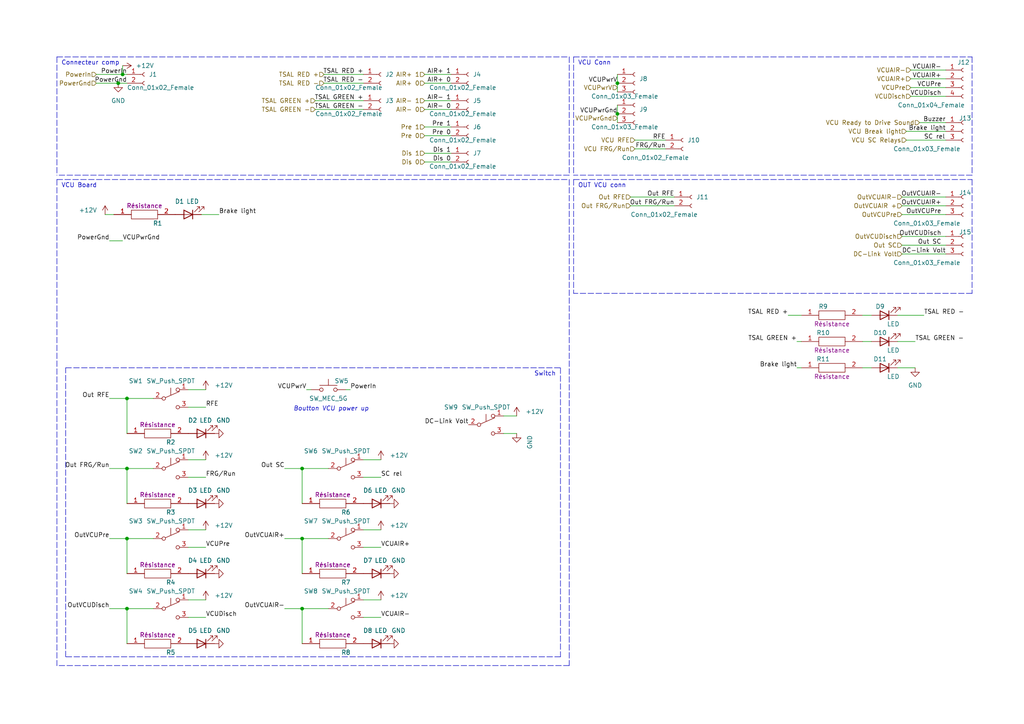
<source format=kicad_sch>
(kicad_sch (version 20211123) (generator eeschema)
  (paper "A4")
  (lib_symbols
    (symbol "Connector:Conn_01x02_Female" (pin_names (offset 1.016) hide)
      (property "Reference" "J" (at 0 2.54 0))
      (property "Value" "Conn_01x02_Female" (at 0 -5.08 0))
      (symbol "Conn_01x02_Female_1_1"
        (arc (start 0 -2.032) (mid -0.508 -2.54) (end 0 -3.048) (stroke (width 0.1524)))
        (polyline (pts (xy -1.27 -2.54) (xy -0.508 -2.54)) (stroke (width 0.1524)))
        (polyline (pts (xy -1.27 0) (xy -0.508 0)) (stroke (width 0.1524)))
        (arc (start 0 0.508) (mid -0.508 0) (end 0 -0.508) (stroke (width 0.1524)))
        (pin passive line (at -5.08 0 0) (length 3.81) (name "Pin_1") (number "1"))
        (pin passive line (at -5.08 -2.54 0) (length 3.81) (name "Pin_2") (number "2"))
      )
    )
    (symbol "Connector:Conn_01x03_Female" (pin_names (offset 1.016) hide)
      (property "Reference" "J" (at 0 5.08 0))
      (property "Value" "Conn_01x03_Female" (at 0 -5.08 0))
      (symbol "Conn_01x03_Female_1_1"
        (arc (start 0 -2.032) (mid -0.508 -2.54) (end 0 -3.048) (stroke (width 0.1524)))
        (polyline (pts (xy -1.27 -2.54) (xy -0.508 -2.54)) (stroke (width 0.1524)))
        (polyline (pts (xy -1.27 0) (xy -0.508 0)) (stroke (width 0.1524)))
        (polyline (pts (xy -1.27 2.54) (xy -0.508 2.54)) (stroke (width 0.1524)))
        (arc (start 0 0.508) (mid -0.508 0) (end 0 -0.508) (stroke (width 0.1524)))
        (arc (start 0 3.048) (mid -0.508 2.54) (end 0 2.032) (stroke (width 0.1524)))
        (pin passive line (at -5.08 2.54 0) (length 3.81) (name "Pin_1") (number "1"))
        (pin passive line (at -5.08 0 0) (length 3.81) (name "Pin_2") (number "2"))
        (pin passive line (at -5.08 -2.54 0) (length 3.81) (name "Pin_3") (number "3"))
      )
    )
    (symbol "Connector:Conn_01x04_Female" (pin_names (offset 1.016) hide)
      (property "Reference" "J" (at 0 5.08 0))
      (property "Value" "Conn_01x04_Female" (at 0 -7.62 0))
      (symbol "Conn_01x04_Female_1_1"
        (arc (start 0 -4.572) (mid -0.508 -5.08) (end 0 -5.588) (stroke (width 0.1524)))
        (arc (start 0 -2.032) (mid -0.508 -2.54) (end 0 -3.048) (stroke (width 0.1524)))
        (polyline (pts (xy -1.27 -5.08) (xy -0.508 -5.08)) (stroke (width 0.1524)))
        (polyline (pts (xy -1.27 -2.54) (xy -0.508 -2.54)) (stroke (width 0.1524)))
        (polyline (pts (xy -1.27 0) (xy -0.508 0)) (stroke (width 0.1524)))
        (polyline (pts (xy -1.27 2.54) (xy -0.508 2.54)) (stroke (width 0.1524)))
        (arc (start 0 0.508) (mid -0.508 0) (end 0 -0.508) (stroke (width 0.1524)))
        (arc (start 0 3.048) (mid -0.508 2.54) (end 0 2.032) (stroke (width 0.1524)))
        (pin passive line (at -5.08 2.54 0) (length 3.81) (name "Pin_1") (number "1"))
        (pin passive line (at -5.08 0 0) (length 3.81) (name "Pin_2") (number "2"))
        (pin passive line (at -5.08 -2.54 0) (length 3.81) (name "Pin_3") (number "3"))
        (pin passive line (at -5.08 -5.08 0) (length 3.81) (name "Pin_4") (number "4"))
      )
    )
    (symbol "Device:LED" (pin_numbers hide) (pin_names (offset 1.016) hide)
      (property "Reference" "D" (at 0 2.54 0))
      (property "Value" "LED" (at 0 -2.54 0))
      (symbol "LED_0_1"
        (polyline (pts (xy -1.27 -1.27) (xy -1.27 1.27)) (stroke (width 0.254)))
        (polyline (pts (xy -1.27 0) (xy 1.27 0)))
        (polyline (pts (xy 1.27 -1.27) (xy 1.27 1.27) (xy -1.27 0) (xy 1.27 -1.27)) (stroke (width 0.254)))
        (polyline (pts (xy -3.048 -0.762) (xy -4.572 -2.286) (xy -3.81 -2.286) (xy -4.572 -2.286) (xy -4.572 -1.524)))
        (polyline (pts (xy -1.778 -0.762) (xy -3.302 -2.286) (xy -2.54 -2.286) (xy -3.302 -2.286) (xy -3.302 -1.524)))
      )
      (symbol "LED_1_1"
        (pin passive line (at -3.81 0 0) (length 2.54) (name "K") (number "1"))
        (pin passive line (at 3.81 0 180) (length 2.54) (name "A") (number "2"))
      )
    )
    (symbol "EPSA_lib:Résistance RK73H2BLTDD2152F" (pin_names (offset 0.762))
      (property "Reference" "R" (at 25.4 5.08 0))
      (property "Spice_Model" "10" (at 7.62 5.08 0))
      (property "Render Name" "Résistance" (at 8.89 2.54 0))
      (symbol "Résistance RK73H2BLTDD2152F_0_0"
        (pin passive line (at 0 0 0) (length 5.08) (name "~") (number "1"))
        (pin passive line (at 17.78 0 180) (length 5.08) (name "~") (number "2"))
      )
      (symbol "Résistance RK73H2BLTDD2152F_0_1"
        (polyline (pts (xy 5.08 1.27) (xy 12.7 1.27) (xy 12.7 -1.27) (xy 5.08 -1.27) (xy 5.08 1.27)) (stroke (width 0.1524)))
      )
    )
    (symbol "Switch:SW_MEC_5G" (pin_numbers hide) (pin_names (offset 1.016) hide)
      (property "Reference" "SW" (at 1.27 2.54 0))
      (property "Value" "SW_MEC_5G" (at 0 -1.524 0))
      (symbol "SW_MEC_5G_0_1"
        (circle (center -2.032 0) (radius 0.508))
        (polyline (pts (xy 0 1.27) (xy 0 3.048)))
        (polyline (pts (xy 2.54 1.27) (xy -2.54 1.27)))
        (circle (center 2.032 0) (radius 0.508))
        (pin passive line (at -5.08 0 0) (length 2.54) (name "A") (number "1"))
        (pin passive line (at 5.08 0 180) (length 2.54) (name "B") (number "3"))
      )
      (symbol "SW_MEC_5G_1_1"
        (pin passive line (at -5.08 0 0) (length 2.54) hide (name "A") (number "2"))
        (pin passive line (at 5.08 0 180) (length 2.54) hide (name "B") (number "4"))
      )
    )
    (symbol "Switch:SW_Push_SPDT" (pin_names (offset 0) hide)
      (property "Reference" "SW" (at 0 4.318 0))
      (property "Value" "SW_Push_SPDT" (at 0 -5.08 0))
      (symbol "SW_Push_SPDT_0_0"
        (circle (center -2.032 0) (radius 0.508))
        (polyline (pts (xy 0 1.016) (xy 0 3.048)))
        (circle (center 2.032 -2.54) (radius 0.508))
      )
      (symbol "SW_Push_SPDT_0_1"
        (polyline (pts (xy -1.524 0.254) (xy 2.54 2.032)))
        (circle (center 2.032 2.54) (radius 0.508))
      )
      (symbol "SW_Push_SPDT_1_1"
        (pin passive line (at 5.08 2.54 180) (length 2.54) (name "A") (number "1"))
        (pin passive line (at -5.08 0 0) (length 2.54) (name "B") (number "2"))
        (pin passive line (at 5.08 -2.54 180) (length 2.54) (name "C") (number "3"))
      )
    )
    (symbol "power:+12V" (power) (pin_names (offset 0))
      (property "Value" "+12V" (at 0 3.556 0))
      (symbol "+12V_0_1"
        (polyline (pts (xy -0.762 1.27) (xy 0 2.54)))
        (polyline (pts (xy 0 0) (xy 0 2.54)))
        (polyline (pts (xy 0 2.54) (xy 0.762 1.27)))
      )
      (symbol "+12V_1_1"
        (pin power_in line (at 0 0 90) (length 0) hide (name "+12V") (number "1"))
      )
    )
    (symbol "power:GND" (power) (pin_names (offset 0))
      (property "Value" "GND" (at 0 -3.81 0))
      (symbol "GND_0_1"
        (polyline (pts (xy 0 0) (xy 0 -1.27) (xy 1.27 -1.27) (xy 0 -2.54) (xy -1.27 -1.27) (xy 0 -1.27)))
      )
      (symbol "GND_1_1"
        (pin power_in line (at 0 0 270) (length 0) hide (name "GND") (number "1"))
      )
    )
  )
  (junction (at 34.29 24.13))
  (junction (at 87.63 135.89))
  (junction (at 36.83 176.53))
  (junction (at 179.07 24.13))
  (junction (at 35.56 21.59))
  (junction (at 36.83 115.57))
  (junction (at 179.07 33.02))
  (junction (at 87.63 176.53))
  (junction (at 36.83 135.89))
  (junction (at 87.63 156.21))
  (junction (at 36.83 156.21))
  (wire (pts (xy 82.55 135.89) (xy 87.63 135.89)))
  (wire (pts (xy 250.19 91.44) (xy 252.73 91.44)))
  (wire (pts (xy 31.75 115.57) (xy 36.83 115.57)))
  (wire (pts (xy 58.42 62.23) (xy 63.5 62.23)))
  (wire (pts (xy 182.88 57.15) (xy 195.58 57.15)))
  (wire (pts (xy 105.41 179.07) (xy 110.49 179.07)))
  (polyline (pts (xy 281.94 50.8) (xy 166.37 50.8)))
  (wire (pts (xy 36.83 176.53) (xy 44.45 176.53)))
  (wire (pts (xy 262.89 40.64) (xy 274.32 40.64)))
  (wire (pts (xy 27.94 24.13) (xy 34.29 24.13)))
  (wire (pts (xy 250.19 106.68) (xy 252.73 106.68)))
  (wire (pts (xy 36.83 135.89) (xy 44.45 135.89)))
  (wire (pts (xy 105.41 133.35) (xy 110.49 133.35)))
  (wire (pts (xy 261.62 57.15) (xy 274.32 57.15)))
  (wire (pts (xy 54.61 179.07) (xy 59.69 179.07)))
  (wire (pts (xy 146.05 125.73) (xy 149.86 125.73)))
  (wire (pts (xy 231.14 99.06) (xy 232.41 99.06)))
  (wire (pts (xy 36.83 115.57) (xy 44.45 115.57)))
  (wire (pts (xy 54.61 113.03) (xy 59.69 113.03)))
  (wire (pts (xy 123.19 44.45) (xy 130.81 44.45)))
  (polyline (pts (xy 162.56 106.68) (xy 162.56 190.5)))
  (polyline (pts (xy 162.56 190.5) (xy 19.05 190.5)))
  (wire (pts (xy 123.19 39.37) (xy 130.81 39.37)))
  (polyline (pts (xy 19.05 190.5) (xy 19.05 106.68)))
  (wire (pts (xy 228.6 91.44) (xy 232.41 91.44)))
  (wire (pts (xy 260.35 91.44) (xy 267.97 91.44)))
  (wire (pts (xy 34.29 24.13) (xy 36.83 24.13)))
  (polyline (pts (xy 16.51 16.51) (xy 165.1 16.51)))
  (wire (pts (xy 87.63 156.21) (xy 87.63 166.37)))
  (wire (pts (xy 123.19 21.59) (xy 130.81 21.59)))
  (polyline (pts (xy 16.51 52.07) (xy 165.1 52.07)))
  (wire (pts (xy 27.94 21.59) (xy 35.56 21.59)))
  (wire (pts (xy 123.19 31.75) (xy 130.81 31.75)))
  (wire (pts (xy 266.7 35.56) (xy 274.32 35.56)))
  (wire (pts (xy 87.63 176.53) (xy 95.25 176.53)))
  (polyline (pts (xy 19.05 106.68) (xy 162.56 106.68)))
  (polyline (pts (xy 281.94 52.07) (xy 281.94 85.09)))
  (wire (pts (xy 260.35 99.06) (xy 265.43 99.06)))
  (wire (pts (xy 30.48 62.23) (xy 33.02 62.23)))
  (wire (pts (xy 105.41 138.43) (xy 110.49 138.43)))
  (wire (pts (xy 123.19 29.21) (xy 130.81 29.21)))
  (wire (pts (xy 261.62 68.58) (xy 274.32 68.58)))
  (wire (pts (xy 31.75 156.21) (xy 36.83 156.21)))
  (wire (pts (xy 264.16 25.4) (xy 274.32 25.4)))
  (wire (pts (xy 260.35 106.68) (xy 265.43 106.68)))
  (wire (pts (xy 261.62 62.23) (xy 274.32 62.23)))
  (wire (pts (xy 54.61 138.43) (xy 59.69 138.43)))
  (polyline (pts (xy 166.37 52.07) (xy 166.37 85.09)))
  (polyline (pts (xy 281.94 16.51) (xy 281.94 50.8)))
  (wire (pts (xy 82.55 156.21) (xy 87.63 156.21)))
  (wire (pts (xy 262.89 38.1) (xy 274.32 38.1)))
  (wire (pts (xy 179.07 30.48) (xy 179.07 33.02)))
  (polyline (pts (xy 165.1 16.51) (xy 165.1 50.8)))
  (wire (pts (xy 35.56 19.05) (xy 35.56 21.59)))
  (wire (pts (xy 31.75 176.53) (xy 36.83 176.53)))
  (wire (pts (xy 179.07 21.59) (xy 179.07 24.13)))
  (polyline (pts (xy 166.37 16.51) (xy 281.94 16.51)))
  (wire (pts (xy 54.61 133.35) (xy 59.69 133.35)))
  (polyline (pts (xy 166.37 52.07) (xy 281.94 52.07)))
  (wire (pts (xy 36.83 115.57) (xy 36.83 125.73)))
  (wire (pts (xy 264.16 27.94) (xy 274.32 27.94)))
  (polyline (pts (xy 16.51 16.51) (xy 16.51 50.8)))
  (wire (pts (xy 123.19 36.83) (xy 130.81 36.83)))
  (polyline (pts (xy 165.1 50.8) (xy 16.51 50.8)))
  (wire (pts (xy 91.44 29.21) (xy 105.41 29.21)))
  (wire (pts (xy 261.62 59.69) (xy 274.32 59.69)))
  (wire (pts (xy 179.07 33.02) (xy 179.07 35.56)))
  (wire (pts (xy 87.63 135.89) (xy 95.25 135.89)))
  (wire (pts (xy 184.15 40.64) (xy 193.04 40.64)))
  (wire (pts (xy 264.16 22.86) (xy 274.32 22.86)))
  (wire (pts (xy 87.63 135.89) (xy 87.63 146.05)))
  (wire (pts (xy 31.75 69.85) (xy 35.56 69.85)))
  (polyline (pts (xy 16.51 52.07) (xy 16.51 193.04)))
  (wire (pts (xy 88.9 113.03) (xy 90.17 113.03)))
  (wire (pts (xy 82.55 176.53) (xy 87.63 176.53)))
  (wire (pts (xy 179.07 24.13) (xy 179.07 26.67)))
  (wire (pts (xy 54.61 158.75) (xy 59.69 158.75)))
  (wire (pts (xy 54.61 173.99) (xy 59.69 173.99)))
  (wire (pts (xy 182.88 59.69) (xy 195.58 59.69)))
  (polyline (pts (xy 166.37 16.51) (xy 166.37 50.8)))
  (wire (pts (xy 93.98 24.13) (xy 105.41 24.13)))
  (wire (pts (xy 105.41 158.75) (xy 110.49 158.75)))
  (polyline (pts (xy 165.1 52.07) (xy 165.1 193.04)))
  (wire (pts (xy 101.6 113.03) (xy 100.33 113.03)))
  (wire (pts (xy 36.83 156.21) (xy 36.83 166.37)))
  (wire (pts (xy 123.19 24.13) (xy 130.81 24.13)))
  (wire (pts (xy 146.05 120.65) (xy 149.86 120.65)))
  (wire (pts (xy 54.61 118.11) (xy 59.69 118.11)))
  (wire (pts (xy 261.62 73.66) (xy 274.32 73.66)))
  (wire (pts (xy 36.83 156.21) (xy 44.45 156.21)))
  (wire (pts (xy 261.62 71.12) (xy 274.32 71.12)))
  (wire (pts (xy 264.16 20.32) (xy 274.32 20.32)))
  (wire (pts (xy 105.41 173.99) (xy 110.49 173.99)))
  (wire (pts (xy 250.19 99.06) (xy 252.73 99.06)))
  (wire (pts (xy 105.41 153.67) (xy 110.49 153.67)))
  (wire (pts (xy 184.15 43.18) (xy 193.04 43.18)))
  (polyline (pts (xy 165.1 193.04) (xy 16.51 193.04)))
  (wire (pts (xy 87.63 156.21) (xy 95.25 156.21)))
  (wire (pts (xy 35.56 21.59) (xy 36.83 21.59)))
  (wire (pts (xy 231.14 106.68) (xy 232.41 106.68)))
  (wire (pts (xy 54.61 153.67) (xy 59.69 153.67)))
  (wire (pts (xy 36.83 135.89) (xy 36.83 146.05)))
  (wire (pts (xy 123.19 46.99) (xy 130.81 46.99)))
  (wire (pts (xy 31.75 135.89) (xy 36.83 135.89)))
  (wire (pts (xy 87.63 176.53) (xy 87.63 186.69)))
  (polyline (pts (xy 281.94 85.09) (xy 166.37 85.09)))
  (wire (pts (xy 91.44 31.75) (xy 105.41 31.75)))
  (wire (pts (xy 36.83 176.53) (xy 36.83 186.69)))
  (wire (pts (xy 93.98 21.59) (xy 105.41 21.59)))
  (text "Switch" (at 154.94 109.22 0) (effects (font (size 1.27 1.27)) (justify left bottom)))
  (text "Connecteur comp\n" (at 17.78 19.05 0) (effects (font (size 1.27 1.27)) (justify left bottom)))
  (text "Boutton VCU power up" (at 85.09 119.38 0) (effects (font (size 1.27 1.27) italic) (justify left bottom)))
  (text "VCU Conn" (at 167.64 19.05 0) (effects (font (size 1.27 1.27)) (justify left bottom)))
  (text "VCU Board" (at 17.78 54.61 0) (effects (font (size 1.27 1.27)) (justify left bottom)))
  (text "OUT VCU conn" (at 167.64 54.61 0) (effects (font (size 1.27 1.27)) (justify left bottom)))
  (label "TSAL RED -" (at 105.41 24.13 180))
  (label "Out FRG{slash}Run" (at 31.75 135.89 180))
  (label "FRG{slash}Run" (at 193.04 43.18 180))
  (label "RFE" (at 59.69 118.11 0))
  (label "OutVCUAIR+" (at 82.55 156.21 180))
  (label "TSAL RED +" (at 105.41 21.59 180))
  (label "PowerIn" (at 101.6 113.03 0))
  (label "VCUPwrGnd" (at 179.07 33.02 180))
  (label "VCUAIR-" (at 110.49 179.07 0))
  (label "Out RFE" (at 195.58 57.15 180))
  (label "AIR+ 1" (at 130.81 21.59 180))
  (label "RFE" (at 193.04 40.64 180))
  (label "Buzzer" (at 274.32 35.56 180))
  (label "Brake light" (at 231.14 106.68 180))
  (label "OutVCUPre" (at 31.75 156.21 180))
  (label "DC-Link Volt" (at 135.89 123.19 180))
  (label "VCUAIR-" (at 273.05 20.32 180))
  (label "OutVCUAIR-" (at 273.05 57.15 180))
  (label "VCUAIR+" (at 110.49 158.75 0))
  (label "PowerGnd" (at 31.75 69.85 180))
  (label "SC rel" (at 110.49 138.43 0))
  (label "VCUPre" (at 59.69 158.75 0))
  (label "TSAL RED -" (at 267.97 91.44 0))
  (label "VCUPre" (at 273.05 25.4 180))
  (label "AIR- 1" (at 130.81 29.21 180))
  (label "TSAL GREEN -" (at 265.43 99.06 0))
  (label "Out RFE" (at 31.75 115.57 180))
  (label "Pre 0" (at 130.81 39.37 180))
  (label "OutVCUAIR-" (at 82.55 176.53 180))
  (label "Out FRG{slash}Run" (at 195.58 59.69 180))
  (label "VCUDisch" (at 273.05 27.94 180))
  (label "Brake light" (at 63.5 62.23 0))
  (label "VCUPwrV" (at 179.07 24.13 180))
  (label "Out SC" (at 82.55 135.89 180))
  (label "Pre 1" (at 130.81 36.83 180))
  (label "TSAL GREEN +" (at 105.41 29.21 180))
  (label "AIR+ 0" (at 130.81 24.13 180))
  (label "OutVCUPre" (at 273.05 62.23 180))
  (label "VCUDisch" (at 59.69 179.07 0))
  (label "Brake light" (at 274.32 38.1 180))
  (label "OutVCUDisch" (at 273.05 68.58 180))
  (label "SC rel" (at 267.97 40.64 0))
  (label "Out SC" (at 273.05 71.12 180))
  (label "VCUAIR+" (at 273.05 22.86 180))
  (label "VCUPwrV" (at 88.9 113.03 180))
  (label "AIR- 0" (at 130.81 31.75 180))
  (label "PowerGnd" (at 36.83 24.13 180))
  (label "FRG{slash}Run" (at 59.69 138.43 0))
  (label "TSAL GREEN +" (at 231.14 99.06 180))
  (label "OutVCUDisch" (at 31.75 176.53 180))
  (label "Dis 1" (at 130.81 44.45 180))
  (label "Dis 0" (at 130.81 46.99 180))
  (label "OutVCUAIR+" (at 273.05 59.69 180))
  (label "DC-Link Volt" (at 274.32 73.66 180))
  (label "PowerIn" (at 36.83 21.59 180))
  (label "TSAL RED +" (at 228.6 91.44 180))
  (label "TSAL GREEN -" (at 105.41 31.75 180))
  (label "VCUPwrGnd" (at 35.56 69.85 0))
  (hierarchical_label "VCUAIR+" (shape input) (at 264.16 22.86 180))
  (hierarchical_label "TSAL RED -" (shape input) (at 93.98 24.13 180))
  (hierarchical_label "PowerIn" (shape input) (at 27.94 21.59 180))
  (hierarchical_label "VCUAIR-" (shape input) (at 264.16 20.32 180))
  (hierarchical_label "PowerGnd" (shape input) (at 27.94 24.13 180))
  (hierarchical_label "VCUPwrGnd" (shape input) (at 179.07 34.29 180))
  (hierarchical_label "TSAL RED +" (shape input) (at 93.98 21.59 180))
  (hierarchical_label "Pre 1" (shape input) (at 123.19 36.83 180))
  (hierarchical_label "AIR+ 1" (shape input) (at 123.19 21.59 180))
  (hierarchical_label "VCU Break light" (shape input) (at 262.89 38.1 180))
  (hierarchical_label "OutVCUPre" (shape input) (at 261.62 62.23 180))
  (hierarchical_label "VCU FRG{slash}Run" (shape input) (at 184.15 43.18 180))
  (hierarchical_label "AIR- 0" (shape input) (at 123.19 31.75 180))
  (hierarchical_label "VCUDisch" (shape input) (at 264.16 27.94 180))
  (hierarchical_label "Dis 1" (shape input) (at 123.19 44.45 180))
  (hierarchical_label "VCU RFE" (shape input) (at 184.15 40.64 180))
  (hierarchical_label "TSAL GREEN +" (shape input) (at 91.44 29.21 180))
  (hierarchical_label "TSAL GREEN -" (shape input) (at 91.44 31.75 180))
  (hierarchical_label "VCUPre" (shape input) (at 264.16 25.4 180))
  (hierarchical_label "AIR- 1" (shape input) (at 123.19 29.21 180))
  (hierarchical_label "OutVCUDisch" (shape input) (at 261.62 68.58 180))
  (hierarchical_label "Out FRG{slash}Run" (shape input) (at 182.88 59.69 180))
  (hierarchical_label "OutVCUAIR-" (shape input) (at 261.62 57.15 180))
  (hierarchical_label "DC-Link Volt" (shape input) (at 261.62 73.66 180))
  (hierarchical_label "VCU SC Relays" (shape input) (at 262.89 40.64 180))
  (hierarchical_label "Out SC" (shape input) (at 261.62 71.12 180))
  (hierarchical_label "VCU Ready to Drive Sound" (shape input) (at 266.7 35.56 180))
  (hierarchical_label "Pre 0" (shape input) (at 123.19 39.37 180))
  (hierarchical_label "Dis 0" (shape input) (at 123.19 46.99 180))
  (hierarchical_label "VCUPwrV" (shape input) (at 179.07 25.4 180))
  (hierarchical_label "AIR+ 0" (shape input) (at 123.19 24.13 180))
  (hierarchical_label "Out RFE" (shape input) (at 182.88 57.15 180))
  (hierarchical_label "OutVCUAIR +" (shape input) (at 261.62 59.69 180))
  (symbol (lib_id "Switch:SW_Push_SPDT") (at 100.33 176.53 0) (unit 1)
    (property "Reference" "SW8" (at 90.17 171.45 0))
    (property "Value" "SW_Push_SPDT" (at 100.33 171.45 0))
    (property "Footprint" "Connector_JST:JST_EH_B3B-EH-A_1x03_P2.50mm_Vertical" (effects hide))
  )
  (symbol (lib_id "Device:LED") (at 54.61 62.23 180) (unit 1)
    (property "Reference" "D1" (at 52.07 58.42 0))
    (property "Value" "LED" (at 55.88 58.42 0))
    (property "Footprint" "LED_THT:LED_D5.0mm" (effects hide))
  )
  (symbol (lib_id "power:+12V") (at 110.49 133.35 0) (unit 1)
    (property "Reference" "#PWR012" (effects hide))
    (property "Value" "+12V" (at 113.03 132.0799 0) (effects (justify left)))
  )
  (symbol (lib_id "power:GND") (at 113.03 146.05 90) (unit 1)
    (property "Reference" "#PWR015" (effects hide))
    (property "Value" "GND" (at 115.57 142.24 90))
  )
  (symbol (lib_id "power:+12V") (at 110.49 153.67 0) (unit 1)
    (property "Reference" "#PWR013" (effects hide))
    (property "Value" "+12V" (at 113.03 152.3999 0) (effects (justify left)))
  )
  (symbol (lib_id "power:GND") (at 62.23 166.37 90) (unit 1)
    (property "Reference" "#PWR010" (effects hide))
    (property "Value" "GND" (at 64.77 162.56 90))
  )
  (symbol (lib_id "Connector:Conn_01x02_Female") (at 200.66 57.15 0) (unit 1)
    (property "Reference" "J11" (at 201.93 57.1499 0) (effects (justify left)))
    (property "Value" "Conn_01x02_Female" (at 182.88 62.23 0) (effects (justify left)))
    (property "Footprint" "Connector_JST:JST_EH_S2B-EH_1x02_P2.50mm_Horizontal" (effects hide))
  )
  (symbol (lib_id "power:+12V") (at 35.56 19.05 270) (unit 1)
    (property "Reference" "#PWR03" (effects hide))
    (property "Value" "+12V" (at 39.37 19.0499 90) (effects (justify left)))
  )
  (symbol (lib_id "EPSA_lib:Résistance RK73H2BLTDD2152F") (at 232.41 91.44 0) (unit 1)
    (property "Reference" "R9" (at 238.76 88.9 0))
    (property "Value" "Résistance RK73H2BLTDD2152F" (effects hide))
    (property "Footprint" "EPSA_lib:RESC3216X70N" (effects hide))
    (property "Datasheet" "http://www.koaspeer.com/catimages/Products/RK73H/RK73H.pdf" (effects hide))
    (property "Description" "Thick Film Resistors - SMD" (effects hide))
    (property "Height" "0.7" (effects hide))
    (property "Manufacturer_Name" "KOA Speer" (effects hide))
    (property "Manufacturer_Part_Number" "RK73H2BLTDD2152F" (effects hide))
    (property "Mouser Part Number" "N/A" (effects hide))
    (property "Mouser Price/Stock" "https://www.mouser.co.uk/ProductDetail/KOA-Speer/RK73H2BLTDD2152F?qs=WeIALVmW3zmyxMFsjVzMRw%3D%3D" (effects hide))
    (property "Spice_Primitive" "R" (effects hide))
    (property "Spice_Model" "5k" (at 243.84 88.9 0))
    (property "Spice_Netlist_Enabled" "Y" (effects hide))
    (property "Render Name" "Résistance" (at 241.3 93.98 0))
  )
  (symbol (lib_id "Switch:SW_Push_SPDT") (at 100.33 156.21 0) (unit 1)
    (property "Reference" "SW7" (at 90.17 151.13 0))
    (property "Value" "SW_Push_SPDT" (at 100.33 151.13 0))
    (property "Footprint" "Connector_JST:JST_EH_B3B-EH-A_1x03_P2.50mm_Vertical" (effects hide))
  )
  (symbol (lib_id "power:GND") (at 62.23 186.69 90) (unit 1)
    (property "Reference" "#PWR011" (effects hide))
    (property "Value" "GND" (at 64.77 182.88 90))
  )
  (symbol (lib_id "Device:LED") (at 58.42 166.37 180) (unit 1)
    (property "Reference" "D4" (at 55.88 162.56 0))
    (property "Value" "LED" (at 59.69 162.56 0))
    (property "Footprint" "LED_THT:LED_D5.0mm" (effects hide))
  )
  (symbol (lib_id "Device:LED") (at 58.42 146.05 180) (unit 1)
    (property "Reference" "D3" (at 55.88 142.24 0))
    (property "Value" "LED" (at 59.69 142.24 0))
    (property "Footprint" "LED_THT:LED_D5.0mm" (effects hide))
  )
  (symbol (lib_id "Connector:Conn_01x02_Female") (at 135.89 21.59 0) (unit 1)
    (property "Reference" "J4" (at 137.16 21.5899 0) (effects (justify left)))
    (property "Value" "Conn_01x02_Female" (at 124.46 25.4 0) (effects (justify left)))
    (property "Footprint" "Connector_JST:JST_EH_S2B-EH_1x02_P2.50mm_Horizontal" (effects hide))
  )
  (symbol (lib_id "Connector:Conn_01x02_Female") (at 135.89 44.45 0) (unit 1)
    (property "Reference" "J7" (at 137.16 44.4499 0) (effects (justify left)))
    (property "Value" "Conn_01x02_Female" (at 124.46 48.26 0) (effects (justify left)))
    (property "Footprint" "Connector_JST:JST_EH_S2B-EH_1x02_P2.50mm_Horizontal" (effects hide))
  )
  (symbol (lib_id "EPSA_lib:Résistance RK73H2BLTDD2152F") (at 36.83 186.69 0) (unit 1)
    (property "Reference" "R5" (at 49.53 189.23 0))
    (property "Value" "Résistance RK73H2BLTDD2152F" (effects hide))
    (property "Footprint" "EPSA_lib:RESC3216X70N" (effects hide))
    (property "Datasheet" "http://www.koaspeer.com/catimages/Products/RK73H/RK73H.pdf" (effects hide))
    (property "Description" "Thick Film Resistors - SMD" (effects hide))
    (property "Height" "0.7" (effects hide))
    (property "Manufacturer_Name" "KOA Speer" (effects hide))
    (property "Manufacturer_Part_Number" "RK73H2BLTDD2152F" (effects hide))
    (property "Mouser Part Number" "N/A" (effects hide))
    (property "Mouser Price/Stock" "https://www.mouser.co.uk/ProductDetail/KOA-Speer/RK73H2BLTDD2152F?qs=WeIALVmW3zmyxMFsjVzMRw%3D%3D" (effects hide))
    (property "Spice_Primitive" "R" (effects hide))
    (property "Spice_Model" "5k" (at 53.34 184.15 0))
    (property "Spice_Netlist_Enabled" "Y" (effects hide))
    (property "Render Name" "Résistance" (at 45.72 184.15 0))
  )
  (symbol (lib_id "Switch:SW_MEC_5G") (at 95.25 113.03 0) (unit 1)
    (property "Reference" "SW5" (at 99.06 110.49 0))
    (property "Value" "SW_MEC_5G" (at 95.25 115.57 0))
    (property "Footprint" "Connector_JST:JST_EH_B2B-EH-A_1x02_P2.50mm_Vertical" (effects hide))
    (property "Datasheet" "http://www.apem.com/int/index.php?controller=attachment&id_attachment=488" (effects hide))
  )
  (symbol (lib_id "Switch:SW_Push_SPDT") (at 140.97 123.19 0) (unit 1)
    (property "Reference" "SW9" (at 130.81 118.11 0))
    (property "Value" "SW_Push_SPDT" (at 140.97 118.11 0))
    (property "Footprint" "Connector_JST:JST_EH_B3B-EH-A_1x03_P2.50mm_Vertical" (effects hide))
  )
  (symbol (lib_id "EPSA_lib:Résistance RK73H2BLTDD2152F") (at 36.83 146.05 0) (unit 1)
    (property "Reference" "R3" (at 49.53 148.59 0))
    (property "Value" "Résistance RK73H2BLTDD2152F" (effects hide))
    (property "Footprint" "EPSA_lib:RESC3216X70N" (effects hide))
    (property "Datasheet" "http://www.koaspeer.com/catimages/Products/RK73H/RK73H.pdf" (effects hide))
    (property "Description" "Thick Film Resistors - SMD" (effects hide))
    (property "Height" "0.7" (effects hide))
    (property "Manufacturer_Name" "KOA Speer" (effects hide))
    (property "Manufacturer_Part_Number" "RK73H2BLTDD2152F" (effects hide))
    (property "Mouser Part Number" "N/A" (effects hide))
    (property "Mouser Price/Stock" "https://www.mouser.co.uk/ProductDetail/KOA-Speer/RK73H2BLTDD2152F?qs=WeIALVmW3zmyxMFsjVzMRw%3D%3D" (effects hide))
    (property "Spice_Primitive" "R" (effects hide))
    (property "Spice_Model" "5k" (at 53.34 143.51 0))
    (property "Spice_Netlist_Enabled" "Y" (effects hide))
    (property "Render Name" "Résistance" (at 45.72 143.51 0))
  )
  (symbol (lib_id "Device:LED") (at 256.54 106.68 180) (unit 1)
    (property "Reference" "D11" (at 255.27 104.14 0))
    (property "Value" "LED" (at 259.08 109.22 0))
    (property "Footprint" "LED_THT:LED_D5.0mm" (effects hide))
  )
  (symbol (lib_id "Switch:SW_Push_SPDT") (at 100.33 135.89 0) (unit 1)
    (property "Reference" "SW6" (at 90.17 130.81 0))
    (property "Value" "SW_Push_SPDT" (at 100.33 130.81 0))
    (property "Footprint" "Connector_JST:JST_EH_B3B-EH-A_1x03_P2.50mm_Vertical" (effects hide))
  )
  (symbol (lib_id "power:+12V") (at 59.69 153.67 0) (unit 1)
    (property "Reference" "#PWR06" (effects hide))
    (property "Value" "+12V" (at 62.23 152.3999 0) (effects (justify left)))
  )
  (symbol (lib_id "Connector:Conn_01x03_Female") (at 184.15 33.02 0) (unit 1)
    (property "Reference" "J9" (at 185.42 31.7499 0) (effects (justify left)))
    (property "Value" "Conn_01x03_Female" (at 171.45 36.83 0) (effects (justify left)))
    (property "Footprint" "Connector_JST:JST_EH_S3B-EH_1x03_P2.50mm_Horizontal" (effects hide))
  )
  (symbol (lib_id "power:GND") (at 113.03 166.37 90) (unit 1)
    (property "Reference" "#PWR016" (effects hide))
    (property "Value" "GND" (at 115.57 162.56 90))
  )
  (symbol (lib_id "power:GND") (at 62.23 125.73 90) (unit 1)
    (property "Reference" "#PWR08" (effects hide))
    (property "Value" "GND" (at 64.77 121.92 90))
  )
  (symbol (lib_id "EPSA_lib:Résistance RK73H2BLTDD2152F") (at 36.83 125.73 0) (unit 1)
    (property "Reference" "R2" (at 49.53 128.27 0))
    (property "Value" "Résistance RK73H2BLTDD2152F" (effects hide))
    (property "Footprint" "EPSA_lib:RESC3216X70N" (effects hide))
    (property "Datasheet" "http://www.koaspeer.com/catimages/Products/RK73H/RK73H.pdf" (effects hide))
    (property "Description" "Thick Film Resistors - SMD" (effects hide))
    (property "Height" "0.7" (effects hide))
    (property "Manufacturer_Name" "KOA Speer" (effects hide))
    (property "Manufacturer_Part_Number" "RK73H2BLTDD2152F" (effects hide))
    (property "Mouser Part Number" "N/A" (effects hide))
    (property "Mouser Price/Stock" "https://www.mouser.co.uk/ProductDetail/KOA-Speer/RK73H2BLTDD2152F?qs=WeIALVmW3zmyxMFsjVzMRw%3D%3D" (effects hide))
    (property "Spice_Primitive" "R" (effects hide))
    (property "Spice_Model" "5k" (at 53.34 123.19 0))
    (property "Spice_Netlist_Enabled" "Y" (effects hide))
    (property "Render Name" "Résistance" (at 45.72 123.19 0))
  )
  (symbol (lib_id "Connector:Conn_01x02_Female") (at 110.49 21.59 0) (unit 1)
    (property "Reference" "J2" (at 111.76 21.5899 0) (effects (justify left)))
    (property "Value" "Conn_01x02_Female" (at 91.44 25.4 0) (effects (justify left)))
    (property "Footprint" "Connector_JST:JST_EH_S2B-EH_1x02_P2.50mm_Horizontal" (effects hide))
  )
  (symbol (lib_id "power:GND") (at 62.23 146.05 90) (unit 1)
    (property "Reference" "#PWR09" (effects hide))
    (property "Value" "GND" (at 64.77 142.24 90))
  )
  (symbol (lib_id "Device:LED") (at 109.22 186.69 180) (unit 1)
    (property "Reference" "D8" (at 106.68 182.88 0))
    (property "Value" "LED" (at 110.49 182.88 0))
    (property "Footprint" "LED_THT:LED_D5.0mm" (effects hide))
  )
  (symbol (lib_id "EPSA_lib:Résistance RK73H2BLTDD2152F") (at 87.63 166.37 0) (unit 1)
    (property "Reference" "R7" (at 100.33 168.91 0))
    (property "Value" "Résistance RK73H2BLTDD2152F" (effects hide))
    (property "Footprint" "EPSA_lib:RESC3216X70N" (effects hide))
    (property "Datasheet" "http://www.koaspeer.com/catimages/Products/RK73H/RK73H.pdf" (effects hide))
    (property "Description" "Thick Film Resistors - SMD" (effects hide))
    (property "Height" "0.7" (effects hide))
    (property "Manufacturer_Name" "KOA Speer" (effects hide))
    (property "Manufacturer_Part_Number" "RK73H2BLTDD2152F" (effects hide))
    (property "Mouser Part Number" "N/A" (effects hide))
    (property "Mouser Price/Stock" "https://www.mouser.co.uk/ProductDetail/KOA-Speer/RK73H2BLTDD2152F?qs=WeIALVmW3zmyxMFsjVzMRw%3D%3D" (effects hide))
    (property "Spice_Primitive" "R" (effects hide))
    (property "Spice_Model" "5k" (at 104.14 163.83 0))
    (property "Spice_Netlist_Enabled" "Y" (effects hide))
    (property "Render Name" "Résistance" (at 96.52 163.83 0))
  )
  (symbol (lib_id "Connector:Conn_01x03_Female") (at 279.4 71.12 0) (unit 1)
    (property "Reference" "J15" (at 278.13 67.31 0) (effects (justify left)))
    (property "Value" "Conn_01x03_Female" (at 259.08 76.2 0) (effects (justify left)))
    (property "Footprint" "Connector_JST:JST_EH_S3B-EH_1x03_P2.50mm_Horizontal" (effects hide))
  )
  (symbol (lib_id "Switch:SW_Push_SPDT") (at 49.53 156.21 0) (unit 1)
    (property "Reference" "SW3" (at 39.37 151.13 0))
    (property "Value" "SW_Push_SPDT" (at 49.53 151.13 0))
    (property "Footprint" "Connector_JST:JST_EH_B3B-EH-A_1x03_P2.50mm_Vertical" (effects hide))
  )
  (symbol (lib_id "Device:LED") (at 256.54 91.44 180) (unit 1)
    (property "Reference" "D9" (at 255.27 88.9 0))
    (property "Value" "LED" (at 259.08 93.98 0))
    (property "Footprint" "LED_THT:LED_D5.0mm" (effects hide))
  )
  (symbol (lib_id "Device:LED") (at 109.22 146.05 180) (unit 1)
    (property "Reference" "D6" (at 106.68 142.24 0))
    (property "Value" "LED" (at 110.49 142.24 0))
    (property "Footprint" "LED_THT:LED_D5.0mm" (effects hide))
  )
  (symbol (lib_id "EPSA_lib:Résistance RK73H2BLTDD2152F") (at 232.41 99.06 0) (unit 1)
    (property "Reference" "R10" (at 238.76 96.52 0))
    (property "Value" "Résistance RK73H2BLTDD2152F" (effects hide))
    (property "Footprint" "EPSA_lib:RESC3216X70N" (effects hide))
    (property "Datasheet" "http://www.koaspeer.com/catimages/Products/RK73H/RK73H.pdf" (effects hide))
    (property "Description" "Thick Film Resistors - SMD" (effects hide))
    (property "Height" "0.7" (effects hide))
    (property "Manufacturer_Name" "KOA Speer" (effects hide))
    (property "Manufacturer_Part_Number" "RK73H2BLTDD2152F" (effects hide))
    (property "Mouser Part Number" "N/A" (effects hide))
    (property "Mouser Price/Stock" "https://www.mouser.co.uk/ProductDetail/KOA-Speer/RK73H2BLTDD2152F?qs=WeIALVmW3zmyxMFsjVzMRw%3D%3D" (effects hide))
    (property "Spice_Primitive" "R" (effects hide))
    (property "Spice_Model" "5k" (at 243.84 96.52 0))
    (property "Spice_Netlist_Enabled" "Y" (effects hide))
    (property "Render Name" "Résistance" (at 241.3 101.6 0))
  )
  (symbol (lib_id "Connector:Conn_01x03_Female") (at 279.4 38.1 0) (unit 1)
    (property "Reference" "J13" (at 278.13 34.29 0) (effects (justify left)))
    (property "Value" "Conn_01x03_Female" (at 259.08 43.18 0) (effects (justify left)))
    (property "Footprint" "Connector_JST:JST_EH_S3B-EH_1x03_P2.50mm_Horizontal" (effects hide))
  )
  (symbol (lib_id "EPSA_lib:Résistance RK73H2BLTDD2152F") (at 87.63 186.69 0) (unit 1)
    (property "Reference" "R8" (at 100.33 189.23 0))
    (property "Value" "Résistance RK73H2BLTDD2152F" (effects hide))
    (property "Footprint" "EPSA_lib:RESC3216X70N" (effects hide))
    (property "Datasheet" "http://www.koaspeer.com/catimages/Products/RK73H/RK73H.pdf" (effects hide))
    (property "Description" "Thick Film Resistors - SMD" (effects hide))
    (property "Height" "0.7" (effects hide))
    (property "Manufacturer_Name" "KOA Speer" (effects hide))
    (property "Manufacturer_Part_Number" "RK73H2BLTDD2152F" (effects hide))
    (property "Mouser Part Number" "N/A" (effects hide))
    (property "Mouser Price/Stock" "https://www.mouser.co.uk/ProductDetail/KOA-Speer/RK73H2BLTDD2152F?qs=WeIALVmW3zmyxMFsjVzMRw%3D%3D" (effects hide))
    (property "Spice_Primitive" "R" (effects hide))
    (property "Spice_Model" "5k" (at 104.14 184.15 0))
    (property "Spice_Netlist_Enabled" "Y" (effects hide))
    (property "Render Name" "Résistance" (at 96.52 184.15 0))
  )
  (symbol (lib_id "Switch:SW_Push_SPDT") (at 49.53 176.53 0) (unit 1)
    (property "Reference" "SW4" (at 39.37 171.45 0))
    (property "Value" "SW_Push_SPDT" (at 49.53 171.45 0))
    (property "Footprint" "Connector_JST:JST_EH_B3B-EH-A_1x03_P2.50mm_Vertical" (effects hide))
  )
  (symbol (lib_id "Device:LED") (at 256.54 99.06 180) (unit 1)
    (property "Reference" "D10" (at 255.27 96.52 0))
    (property "Value" "LED" (at 259.08 101.6 0))
    (property "Footprint" "LED_THT:LED_D5.0mm" (effects hide))
  )
  (symbol (lib_id "power:GND") (at 113.03 186.69 90) (unit 1)
    (property "Reference" "#PWR017" (effects hide))
    (property "Value" "GND" (at 115.57 182.88 90))
  )
  (symbol (lib_id "EPSA_lib:Résistance RK73H2BLTDD2152F") (at 232.41 106.68 0) (unit 1)
    (property "Reference" "R11" (at 238.76 104.14 0))
    (property "Value" "Résistance RK73H2BLTDD2152F" (effects hide))
    (property "Footprint" "EPSA_lib:RESC3216X70N" (effects hide))
    (property "Datasheet" "http://www.koaspeer.com/catimages/Products/RK73H/RK73H.pdf" (effects hide))
    (property "Description" "Thick Film Resistors - SMD" (effects hide))
    (property "Height" "0.7" (effects hide))
    (property "Manufacturer_Name" "KOA Speer" (effects hide))
    (property "Manufacturer_Part_Number" "RK73H2BLTDD2152F" (effects hide))
    (property "Mouser Part Number" "N/A" (effects hide))
    (property "Mouser Price/Stock" "https://www.mouser.co.uk/ProductDetail/KOA-Speer/RK73H2BLTDD2152F?qs=WeIALVmW3zmyxMFsjVzMRw%3D%3D" (effects hide))
    (property "Spice_Primitive" "R" (effects hide))
    (property "Spice_Model" "5k" (at 243.84 104.14 0))
    (property "Spice_Netlist_Enabled" "Y" (effects hide))
    (property "Render Name" "Résistance" (at 241.3 109.22 0))
  )
  (symbol (lib_id "Connector:Conn_01x02_Female") (at 41.91 21.59 0) (unit 1)
    (property "Reference" "J1" (at 43.18 21.5899 0) (effects (justify left)))
    (property "Value" "Conn_01x02_Female" (at 36.83 25.4 0) (effects (justify left)))
    (property "Footprint" "Connector_JST:JST_EH_S2B-EH_1x02_P2.50mm_Horizontal" (effects hide))
  )
  (symbol (lib_id "EPSA_lib:Résistance RK73H2BLTDD2152F") (at 33.02 62.23 0) (unit 1)
    (property "Reference" "R1" (at 45.72 64.77 0))
    (property "Value" "Résistance RK73H2BLTDD2152F" (effects hide))
    (property "Footprint" "EPSA_lib:RESC3216X70N" (effects hide))
    (property "Datasheet" "http://www.koaspeer.com/catimages/Products/RK73H/RK73H.pdf" (effects hide))
    (property "Description" "Thick Film Resistors - SMD" (effects hide))
    (property "Height" "0.7" (effects hide))
    (property "Manufacturer_Name" "KOA Speer" (effects hide))
    (property "Manufacturer_Part_Number" "RK73H2BLTDD2152F" (effects hide))
    (property "Mouser Part Number" "N/A" (effects hide))
    (property "Mouser Price/Stock" "https://www.mouser.co.uk/ProductDetail/KOA-Speer/RK73H2BLTDD2152F?qs=WeIALVmW3zmyxMFsjVzMRw%3D%3D" (effects hide))
    (property "Spice_Primitive" "R" (effects hide))
    (property "Spice_Model" "5k" (at 49.53 59.69 0))
    (property "Spice_Netlist_Enabled" "Y" (effects hide))
    (property "Render Name" "Résistance" (at 41.91 59.69 0))
  )
  (symbol (lib_id "power:+12V") (at 59.69 133.35 0) (unit 1)
    (property "Reference" "#PWR05" (effects hide))
    (property "Value" "+12V" (at 62.23 132.0799 0) (effects (justify left)))
  )
  (symbol (lib_id "power:+12V") (at 30.48 62.23 0) (unit 1)
    (property "Reference" "#PWR01" (effects hide))
    (property "Value" "+12V" (at 22.86 60.96 0) (effects (justify left)))
  )
  (symbol (lib_id "Connector:Conn_01x02_Female") (at 135.89 36.83 0) (unit 1)
    (property "Reference" "J6" (at 137.16 36.8299 0) (effects (justify left)))
    (property "Value" "Conn_01x02_Female" (at 124.46 40.64 0) (effects (justify left)))
    (property "Footprint" "Connector_JST:JST_EH_S2B-EH_1x02_P2.50mm_Horizontal" (effects hide))
  )
  (symbol (lib_id "Connector:Conn_01x02_Female") (at 135.89 29.21 0) (unit 1)
    (property "Reference" "J5" (at 137.16 29.2099 0) (effects (justify left)))
    (property "Value" "Conn_01x02_Female" (at 124.46 33.02 0) (effects (justify left)))
    (property "Footprint" "Connector_JST:JST_EH_S2B-EH_1x02_P2.50mm_Horizontal" (effects hide))
  )
  (symbol (lib_id "power:+12V") (at 110.49 173.99 0) (unit 1)
    (property "Reference" "#PWR014" (effects hide))
    (property "Value" "+12V" (at 113.03 172.7199 0) (effects (justify left)))
  )
  (symbol (lib_id "power:GND") (at 149.86 125.73 0) (unit 1)
    (property "Reference" "#PWR019" (effects hide))
    (property "Value" "GND" (at 153.67 128.27 90))
  )
  (symbol (lib_id "Device:LED") (at 109.22 166.37 180) (unit 1)
    (property "Reference" "D7" (at 106.68 162.56 0))
    (property "Value" "LED" (at 110.49 162.56 0))
    (property "Footprint" "LED_THT:LED_D5.0mm" (effects hide))
  )
  (symbol (lib_id "Connector:Conn_01x02_Female") (at 198.12 40.64 0) (unit 1)
    (property "Reference" "J10" (at 199.39 40.6399 0) (effects (justify left)))
    (property "Value" "Conn_01x02_Female" (at 180.34 45.72 0) (effects (justify left)))
    (property "Footprint" "Connector_JST:JST_EH_S2B-EH_1x02_P2.50mm_Horizontal" (effects hide))
  )
  (symbol (lib_id "power:GND") (at 34.29 24.13 0) (unit 1)
    (property "Reference" "#PWR02" (effects hide))
    (property "Value" "GND" (at 34.29 29.21 0))
  )
  (symbol (lib_id "power:+12V") (at 59.69 113.03 0) (unit 1)
    (property "Reference" "#PWR04" (effects hide))
    (property "Value" "+12V" (at 62.23 111.7599 0) (effects (justify left)))
  )
  (symbol (lib_id "power:GND") (at 265.43 106.68 0) (unit 1)
    (property "Reference" "#PWR020" (effects hide))
    (property "Value" "GND" (at 265.43 111.76 0))
  )
  (symbol (lib_id "power:+12V") (at 149.86 120.65 0) (unit 1)
    (property "Reference" "#PWR018" (effects hide))
    (property "Value" "+12V" (at 152.4 119.3799 0) (effects (justify left)))
  )
  (symbol (lib_id "power:+12V") (at 59.69 173.99 0) (unit 1)
    (property "Reference" "#PWR07" (effects hide))
    (property "Value" "+12V" (at 62.23 172.7199 0) (effects (justify left)))
  )
  (symbol (lib_id "Switch:SW_Push_SPDT") (at 49.53 115.57 0) (unit 1)
    (property "Reference" "SW1" (at 39.37 110.49 0))
    (property "Value" "SW_Push_SPDT" (at 49.53 110.49 0))
    (property "Footprint" "Connector_JST:JST_EH_B3B-EH-A_1x03_P2.50mm_Vertical" (effects hide))
  )
  (symbol (lib_id "Connector:Conn_01x02_Female") (at 110.49 29.21 0) (unit 1)
    (property "Reference" "J3" (at 111.76 29.2099 0) (effects (justify left)))
    (property "Value" "Conn_01x02_Female" (at 91.44 33.02 0) (effects (justify left)))
    (property "Footprint" "Connector_JST:JST_EH_S2B-EH_1x02_P2.50mm_Horizontal" (effects hide))
  )
  (symbol (lib_id "Device:LED") (at 58.42 186.69 180) (unit 1)
    (property "Reference" "D5" (at 55.88 182.88 0))
    (property "Value" "LED" (at 59.69 182.88 0))
    (property "Footprint" "LED_THT:LED_D5.0mm" (effects hide))
  )
  (symbol (lib_id "Connector:Conn_01x03_Female") (at 279.4 59.69 0) (unit 1)
    (property "Reference" "J14" (at 278.13 55.88 0) (effects (justify left)))
    (property "Value" "Conn_01x03_Female" (at 259.08 64.77 0) (effects (justify left)))
    (property "Footprint" "Connector_JST:JST_EH_S3B-EH_1x03_P2.50mm_Horizontal" (effects hide))
  )
  (symbol (lib_id "Connector:Conn_01x03_Female") (at 184.15 24.13 0) (unit 1)
    (property "Reference" "J8" (at 185.42 22.8599 0) (effects (justify left)))
    (property "Value" "Conn_01x03_Female" (at 171.45 27.94 0) (effects (justify left)))
    (property "Footprint" "Connector_JST:JST_EH_S3B-EH_1x03_P2.50mm_Horizontal" (effects hide))
  )
  (symbol (lib_id "EPSA_lib:Résistance RK73H2BLTDD2152F") (at 87.63 146.05 0) (unit 1)
    (property "Reference" "R6" (at 100.33 148.59 0))
    (property "Value" "Résistance RK73H2BLTDD2152F" (effects hide))
    (property "Footprint" "EPSA_lib:RESC3216X70N" (effects hide))
    (property "Datasheet" "http://www.koaspeer.com/catimages/Products/RK73H/RK73H.pdf" (effects hide))
    (property "Description" "Thick Film Resistors - SMD" (effects hide))
    (property "Height" "0.7" (effects hide))
    (property "Manufacturer_Name" "KOA Speer" (effects hide))
    (property "Manufacturer_Part_Number" "RK73H2BLTDD2152F" (effects hide))
    (property "Mouser Part Number" "N/A" (effects hide))
    (property "Mouser Price/Stock" "https://www.mouser.co.uk/ProductDetail/KOA-Speer/RK73H2BLTDD2152F?qs=WeIALVmW3zmyxMFsjVzMRw%3D%3D" (effects hide))
    (property "Spice_Primitive" "R" (effects hide))
    (property "Spice_Model" "5k" (at 104.14 143.51 0))
    (property "Spice_Netlist_Enabled" "Y" (effects hide))
    (property "Render Name" "Résistance" (at 96.52 143.51 0))
  )
  (symbol (lib_id "EPSA_lib:Résistance RK73H2BLTDD2152F") (at 36.83 166.37 0) (unit 1)
    (property "Reference" "R4" (at 49.53 168.91 0))
    (property "Value" "Résistance RK73H2BLTDD2152F" (effects hide))
    (property "Footprint" "EPSA_lib:RESC3216X70N" (effects hide))
    (property "Datasheet" "http://www.koaspeer.com/catimages/Products/RK73H/RK73H.pdf" (effects hide))
    (property "Description" "Thick Film Resistors - SMD" (effects hide))
    (property "Height" "0.7" (effects hide))
    (property "Manufacturer_Name" "KOA Speer" (effects hide))
    (property "Manufacturer_Part_Number" "RK73H2BLTDD2152F" (effects hide))
    (property "Mouser Part Number" "N/A" (effects hide))
    (property "Mouser Price/Stock" "https://www.mouser.co.uk/ProductDetail/KOA-Speer/RK73H2BLTDD2152F?qs=WeIALVmW3zmyxMFsjVzMRw%3D%3D" (effects hide))
    (property "Spice_Primitive" "R" (effects hide))
    (property "Spice_Model" "5k" (at 53.34 163.83 0))
    (property "Spice_Netlist_Enabled" "Y" (effects hide))
    (property "Render Name" "Résistance" (at 45.72 163.83 0))
  )
  (symbol (lib_id "Device:LED") (at 58.42 125.73 180) (unit 1)
    (property "Reference" "D2" (at 55.88 121.92 0))
    (property "Value" "LED" (at 59.69 121.92 0))
    (property "Footprint" "LED_THT:LED_D5.0mm" (effects hide))
  )
  (symbol (lib_id "Switch:SW_Push_SPDT") (at 49.53 135.89 0) (unit 1)
    (property "Reference" "SW2" (at 39.37 130.81 0))
    (property "Value" "SW_Push_SPDT" (at 49.53 130.81 0))
    (property "Footprint" "Connector_JST:JST_EH_B3B-EH-A_1x03_P2.50mm_Vertical" (effects hide))
  )
  (symbol (lib_id "Connector:Conn_01x04_Female") (at 279.4 22.86 0) (unit 1)
    (property "Reference" "J12" (at 277.649 18.088 0) (effects (justify left)))
    (property "Value" "Conn_01x04_Female" (at 260.35 30.48 0) (effects (justify left)))
    (property "Footprint" "Connector_JST:JST_EH_S4B-EH_1x04_P2.50mm_Horizontal" (effects hide))
  )
)
</source>
